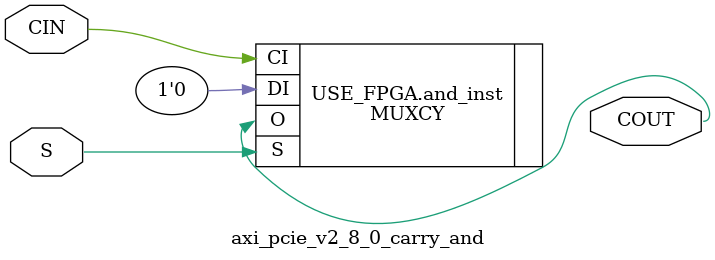
<source format=v>
`timescale 1ns/100ps


module axi_pcie_v2_8_0_carry_and #
  (
   parameter         C_FAMILY                         = "virtex7"
                       // FPGA Family. Current version: virtex6 or spartan6.
   )
  (
   input  wire        CIN,
   input  wire        S,
   output wire        COUT
   );
  
  
  /////////////////////////////////////////////////////////////////////////////
  // Variables for generating parameter controlled instances.
  /////////////////////////////////////////////////////////////////////////////
  
  
  /////////////////////////////////////////////////////////////////////////////
  // Local params
  /////////////////////////////////////////////////////////////////////////////
  
  
  /////////////////////////////////////////////////////////////////////////////
  // Functions
  /////////////////////////////////////////////////////////////////////////////
  
  
  /////////////////////////////////////////////////////////////////////////////
  // Internal signals
  /////////////////////////////////////////////////////////////////////////////

  
  /////////////////////////////////////////////////////////////////////////////
  // Instantiate or use RTL code
  /////////////////////////////////////////////////////////////////////////////
  
  generate
    if ( C_FAMILY == "rtl" ) begin : USE_RTL
      assign COUT = CIN & S;
      
    end else begin : USE_FPGA
      MUXCY and_inst 
      (
       .O (COUT), 
       .CI (CIN), 
       .DI (1'b0), 
       .S (S)
      ); 
      
    end
  endgenerate
  
  
endmodule

</source>
